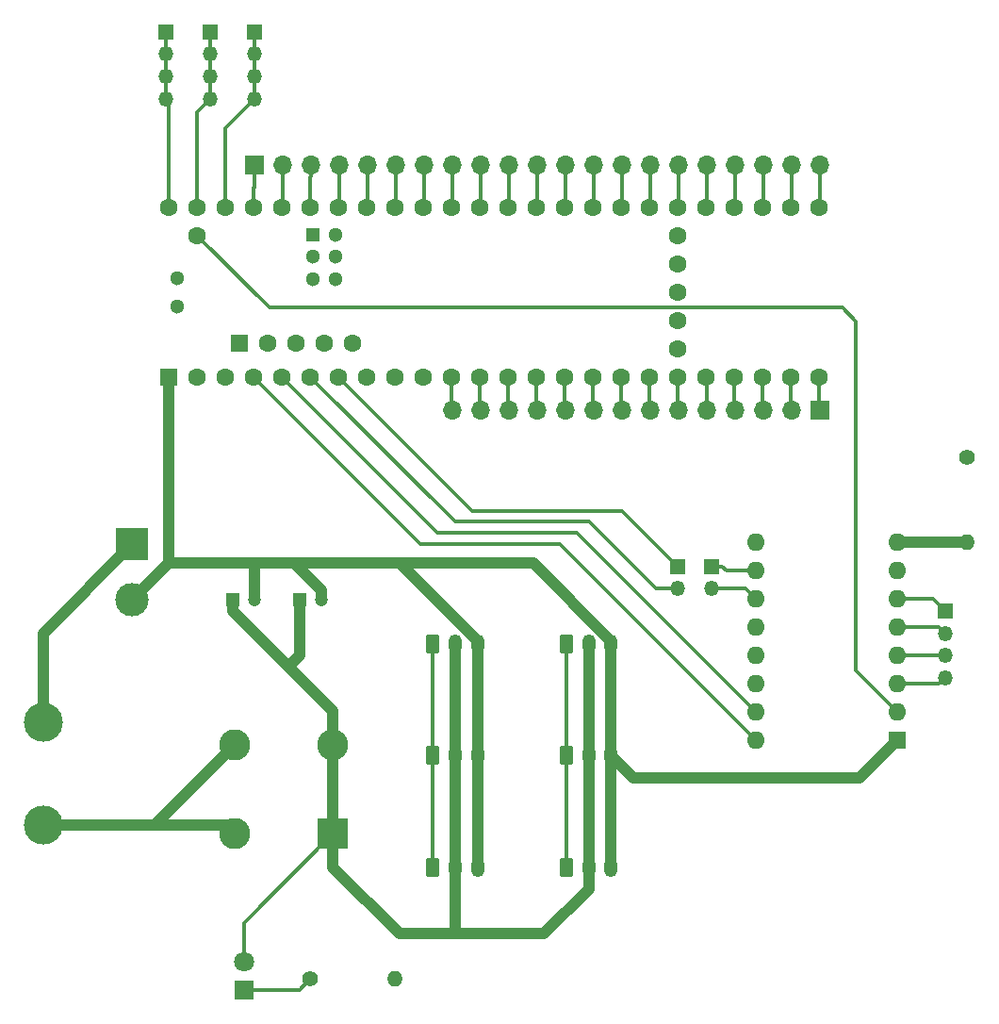
<source format=gbr>
%TF.GenerationSoftware,KiCad,Pcbnew,8.0.6*%
%TF.CreationDate,2024-11-20T07:08:01-05:00*%
%TF.ProjectId,multiDOF,6d756c74-6944-44f4-962e-6b696361645f,rev?*%
%TF.SameCoordinates,Original*%
%TF.FileFunction,Copper,L1,Top*%
%TF.FilePolarity,Positive*%
%FSLAX46Y46*%
G04 Gerber Fmt 4.6, Leading zero omitted, Abs format (unit mm)*
G04 Created by KiCad (PCBNEW 8.0.6) date 2024-11-20 07:08:01*
%MOMM*%
%LPD*%
G01*
G04 APERTURE LIST*
G04 Aperture macros list*
%AMRoundRect*
0 Rectangle with rounded corners*
0 $1 Rounding radius*
0 $2 $3 $4 $5 $6 $7 $8 $9 X,Y pos of 4 corners*
0 Add a 4 corners polygon primitive as box body*
4,1,4,$2,$3,$4,$5,$6,$7,$8,$9,$2,$3,0*
0 Add four circle primitives for the rounded corners*
1,1,$1+$1,$2,$3*
1,1,$1+$1,$4,$5*
1,1,$1+$1,$6,$7*
1,1,$1+$1,$8,$9*
0 Add four rect primitives between the rounded corners*
20,1,$1+$1,$2,$3,$4,$5,0*
20,1,$1+$1,$4,$5,$6,$7,0*
20,1,$1+$1,$6,$7,$8,$9,0*
20,1,$1+$1,$8,$9,$2,$3,0*%
G04 Aperture macros list end*
%TA.AperFunction,ComponentPad*%
%ADD10R,3.000000X3.000000*%
%TD*%
%TA.AperFunction,ComponentPad*%
%ADD11C,3.000000*%
%TD*%
%TA.AperFunction,ComponentPad*%
%ADD12R,1.200000X1.200000*%
%TD*%
%TA.AperFunction,ComponentPad*%
%ADD13C,1.200000*%
%TD*%
%TA.AperFunction,ComponentPad*%
%ADD14R,1.350000X1.350000*%
%TD*%
%TA.AperFunction,ComponentPad*%
%ADD15O,1.350000X1.350000*%
%TD*%
%TA.AperFunction,ComponentPad*%
%ADD16RoundRect,0.250000X-0.350000X-0.625000X0.350000X-0.625000X0.350000X0.625000X-0.350000X0.625000X0*%
%TD*%
%TA.AperFunction,ComponentPad*%
%ADD17O,1.200000X1.750000*%
%TD*%
%TA.AperFunction,ComponentPad*%
%ADD18R,1.600000X1.600000*%
%TD*%
%TA.AperFunction,ComponentPad*%
%ADD19C,1.600000*%
%TD*%
%TA.AperFunction,ComponentPad*%
%ADD20R,1.300000X1.300000*%
%TD*%
%TA.AperFunction,ComponentPad*%
%ADD21C,1.300000*%
%TD*%
%TA.AperFunction,ComponentPad*%
%ADD22C,1.400000*%
%TD*%
%TA.AperFunction,ComponentPad*%
%ADD23O,1.400000X1.400000*%
%TD*%
%TA.AperFunction,ComponentPad*%
%ADD24C,2.800000*%
%TD*%
%TA.AperFunction,ComponentPad*%
%ADD25R,2.800000X2.800000*%
%TD*%
%TA.AperFunction,ComponentPad*%
%ADD26R,1.700000X1.700000*%
%TD*%
%TA.AperFunction,ComponentPad*%
%ADD27O,1.700000X1.700000*%
%TD*%
%TA.AperFunction,ComponentPad*%
%ADD28C,3.500000*%
%TD*%
%TA.AperFunction,ComponentPad*%
%ADD29O,1.600000X1.600000*%
%TD*%
%TA.AperFunction,ComponentPad*%
%ADD30R,1.800000X1.800000*%
%TD*%
%TA.AperFunction,ComponentPad*%
%ADD31C,1.800000*%
%TD*%
%TA.AperFunction,Conductor*%
%ADD32C,0.300000*%
%TD*%
%TA.AperFunction,Conductor*%
%ADD33C,1.000000*%
%TD*%
G04 APERTURE END LIST*
D10*
%TO.P,J1,1,Pin_1*%
%TO.N,Net-(J1-Pin_1)*%
X66000000Y-103000000D03*
D11*
%TO.P,J1,2,Pin_2*%
%TO.N,GND*%
X66000000Y-108000000D03*
%TD*%
D12*
%TO.P,C2,1*%
%TO.N,+10V*%
X81000000Y-108000000D03*
D13*
%TO.P,C2,2*%
%TO.N,GND*%
X83000000Y-108000000D03*
%TD*%
D14*
%TO.P,J14,1,Pin_1*%
%TO.N,Net-(J14-Pin_1)*%
X73000000Y-57000000D03*
D15*
%TO.P,J14,2,Pin_2*%
X73000000Y-59000000D03*
%TO.P,J14,3,Pin_3*%
X73000000Y-61000000D03*
%TO.P,J14,4,Pin_4*%
X73000000Y-63000000D03*
%TD*%
D16*
%TO.P,J2,1,Pin_1*%
%TO.N,Signal*%
X93000000Y-112000000D03*
D17*
%TO.P,J2,2,Pin_2*%
%TO.N,+10V*%
X95000000Y-112000000D03*
%TO.P,J2,3,Pin_3*%
%TO.N,GND*%
X97000000Y-112000000D03*
%TD*%
D18*
%TO.P,U1,1,GND*%
%TO.N,GND*%
X69280000Y-88000000D03*
D19*
%TO.P,U1,2,0_RX1_CRX2_CS1*%
%TO.N,unconnected-(U1-0_RX1_CRX2_CS1-Pad2)*%
X71820000Y-88000000D03*
%TO.P,U1,3,1_TX1_CTX2_MISO1*%
%TO.N,unconnected-(U1-1_TX1_CTX2_MISO1-Pad3)*%
X74360000Y-88000000D03*
%TO.P,U1,4,2_OUT2*%
%TO.N,DIR*%
X76900000Y-88000000D03*
%TO.P,U1,5,3_LRCLK2*%
%TO.N,STEP*%
X79440000Y-88000000D03*
%TO.P,U1,6,4_BCLK2*%
%TO.N,Net-(J11-Pin_2)*%
X81980000Y-88000000D03*
%TO.P,U1,7,5_IN2*%
%TO.N,Net-(J11-Pin_1)*%
X84520000Y-88000000D03*
%TO.P,U1,8,6_OUT1D*%
%TO.N,unconnected-(U1-6_OUT1D-Pad8)*%
X87060000Y-88000000D03*
%TO.P,U1,9,7_RX2_OUT1A*%
%TO.N,Signal*%
X89600000Y-88000000D03*
%TO.P,U1,10,8_TX2_IN1*%
X92140000Y-88000000D03*
%TO.P,U1,11,9_OUT1C*%
%TO.N,Net-(J8-Pin_14)*%
X94680000Y-88000000D03*
%TO.P,U1,12,10_CS_MQSR*%
%TO.N,Net-(J8-Pin_13)*%
X97220000Y-88000000D03*
%TO.P,U1,13,11_MOSI_CTX1*%
%TO.N,Net-(J8-Pin_12)*%
X99760000Y-88000000D03*
%TO.P,U1,14,12_MISO_MQSL*%
%TO.N,Net-(J8-Pin_11)*%
X102300000Y-88000000D03*
%TO.P,U1,15,3V3*%
%TO.N,Net-(J8-Pin_10)*%
X104840000Y-88000000D03*
%TO.P,U1,16,24_A10_TX6_SCL2*%
%TO.N,Net-(J8-Pin_9)*%
X107380000Y-88000000D03*
%TO.P,U1,17,25_A11_RX6_SDA2*%
%TO.N,Net-(J8-Pin_8)*%
X109920000Y-88000000D03*
%TO.P,U1,18,26_A12_MOSI1*%
%TO.N,Net-(J8-Pin_7)*%
X112460000Y-88000000D03*
%TO.P,U1,19,27_A13_SCK1*%
%TO.N,Net-(J8-Pin_6)*%
X115000000Y-88000000D03*
%TO.P,U1,20,28_RX7*%
%TO.N,Net-(J8-Pin_5)*%
X117540000Y-88000000D03*
%TO.P,U1,21,29_TX7*%
%TO.N,Net-(J8-Pin_4)*%
X120080000Y-88000000D03*
%TO.P,U1,22,30_CRX3*%
%TO.N,Net-(J8-Pin_3)*%
X122620000Y-88000000D03*
%TO.P,U1,23,31_CTX3*%
%TO.N,Net-(J8-Pin_2)*%
X125160000Y-88000000D03*
%TO.P,U1,24,32_OUT1B*%
%TO.N,Net-(J8-Pin_1)*%
X127700000Y-88000000D03*
%TO.P,U1,25,33_MCLK2*%
%TO.N,Net-(J12-Pin_21)*%
X127700000Y-72760000D03*
%TO.P,U1,26,34_RX8*%
%TO.N,Net-(J12-Pin_20)*%
X125160000Y-72760000D03*
%TO.P,U1,27,35_TX8*%
%TO.N,Net-(J12-Pin_19)*%
X122620000Y-72760000D03*
%TO.P,U1,28,36_CS*%
%TO.N,Net-(J12-Pin_18)*%
X120080000Y-72760000D03*
%TO.P,U1,29,37_CS*%
%TO.N,Net-(J12-Pin_17)*%
X117540000Y-72760000D03*
%TO.P,U1,30,38_CS1_IN1*%
%TO.N,Net-(J12-Pin_16)*%
X115000000Y-72760000D03*
%TO.P,U1,31,39_MISO1_OUT1A*%
%TO.N,Net-(J12-Pin_15)*%
X112460000Y-72760000D03*
%TO.P,U1,32,40_A16*%
%TO.N,Net-(J12-Pin_14)*%
X109920000Y-72760000D03*
%TO.P,U1,33,41_A17*%
%TO.N,Net-(J12-Pin_13)*%
X107380000Y-72760000D03*
%TO.P,U1,34,GND*%
%TO.N,Net-(J12-Pin_12)*%
X104840000Y-72760000D03*
%TO.P,U1,35,13_SCK_LED*%
%TO.N,Net-(J12-Pin_11)*%
X102300000Y-72760000D03*
%TO.P,U1,36,14_A0_TX3_SPDIF_OUT*%
%TO.N,Net-(J12-Pin_10)*%
X99760000Y-72760000D03*
%TO.P,U1,37,15_A1_RX3_SPDIF_IN*%
%TO.N,Net-(J12-Pin_9)*%
X97220000Y-72760000D03*
%TO.P,U1,38,16_A2_RX4_SCL1*%
%TO.N,Net-(J12-Pin_8)*%
X94680000Y-72760000D03*
%TO.P,U1,39,17_A3_TX4_SDA1*%
%TO.N,Net-(J12-Pin_7)*%
X92140000Y-72760000D03*
%TO.P,U1,40,18_A4_SDA*%
%TO.N,Net-(J12-Pin_6)*%
X89600000Y-72760000D03*
%TO.P,U1,41,19_A5_SCL*%
%TO.N,Net-(J12-Pin_5)*%
X87060000Y-72760000D03*
%TO.P,U1,42,20_A6_TX5_LRCLK1*%
%TO.N,Net-(J12-Pin_4)*%
X84520000Y-72760000D03*
%TO.P,U1,43,21_A7_RX5_BCLK1*%
%TO.N,Net-(J12-Pin_3)*%
X81980000Y-72760000D03*
%TO.P,U1,44,22_A8_CTX1*%
%TO.N,Net-(J12-Pin_2)*%
X79440000Y-72760000D03*
%TO.P,U1,45,23_A9_CRX1_MCLK1*%
%TO.N,Net-(J12-Pin_1)*%
X76900000Y-72760000D03*
%TO.P,U1,46,3V3*%
%TO.N,Net-(J15-Pin_1)*%
X74360000Y-72760000D03*
%TO.P,U1,47,GND*%
%TO.N,Net-(J14-Pin_1)*%
X71820000Y-72760000D03*
%TO.P,U1,48,VIN*%
%TO.N,Net-(J13-Pin_1)*%
X69280000Y-72760000D03*
%TO.P,U1,49,VUSB*%
%TO.N,Net-(A1-VDD)*%
X71820000Y-75300000D03*
%TO.P,U1,50,VBAT*%
%TO.N,unconnected-(U1-VBAT-Pad50)*%
X115000000Y-85460000D03*
%TO.P,U1,51,3V3*%
%TO.N,unconnected-(U1-3V3-Pad51)*%
X115000000Y-82920000D03*
%TO.P,U1,52,GND*%
%TO.N,unconnected-(U1-GND-Pad52)*%
X115000000Y-80380000D03*
%TO.P,U1,53,PROGRAM*%
%TO.N,unconnected-(U1-PROGRAM-Pad53)*%
X115000000Y-77840000D03*
%TO.P,U1,54,ON_OFF*%
%TO.N,unconnected-(U1-ON_OFF-Pad54)*%
X115000000Y-75300000D03*
D18*
%TO.P,U1,55,5V*%
%TO.N,unconnected-(U1-5V-Pad55)*%
X75579200Y-84949200D03*
D19*
%TO.P,U1,56,D-*%
%TO.N,unconnected-(U1-D--Pad56)*%
X78119200Y-84949200D03*
%TO.P,U1,57,D+*%
%TO.N,unconnected-(U1-D+-Pad57)*%
X80659200Y-84949200D03*
%TO.P,U1,58,GND*%
%TO.N,unconnected-(U1-GND-Pad58)*%
X83199200Y-84949200D03*
%TO.P,U1,59,GND*%
%TO.N,unconnected-(U1-GND-Pad59)*%
X85739200Y-84949200D03*
D20*
%TO.P,U1,60,R+*%
%TO.N,unconnected-(U1-R+-Pad60)*%
X82250000Y-75198400D03*
D21*
%TO.P,U1,61,LED*%
%TO.N,unconnected-(U1-LED-Pad61)*%
X82250000Y-77198400D03*
%TO.P,U1,62,T-*%
%TO.N,unconnected-(U1-T--Pad62)*%
X82250000Y-79198400D03*
%TO.P,U1,63,T+*%
%TO.N,unconnected-(U1-T+-Pad63)*%
X84250000Y-79198400D03*
%TO.P,U1,64,GND*%
%TO.N,unconnected-(U1-GND-Pad64)*%
X84250000Y-77198400D03*
%TO.P,U1,65,R-*%
%TO.N,unconnected-(U1-R--Pad65)*%
X84250000Y-75198400D03*
%TO.P,U1,66,D-*%
%TO.N,unconnected-(U1-D--Pad66)*%
X70010000Y-79110000D03*
%TO.P,U1,67,D+*%
%TO.N,unconnected-(U1-D+-Pad67)*%
X70010000Y-81650000D03*
%TD*%
D22*
%TO.P,R2,1*%
%TO.N,+10V*%
X141000000Y-95190000D03*
D23*
%TO.P,R2,2*%
%TO.N,VSTEP*%
X141000000Y-102810000D03*
%TD*%
D24*
%TO.P,SW1,1,1*%
%TO.N,Net-(F1-Pad2)*%
X75200000Y-129000000D03*
D25*
%TO.P,SW1,1A,1A*%
%TO.N,+10V*%
X84000000Y-129000000D03*
D24*
%TO.P,SW1,2,2*%
%TO.N,Net-(F1-Pad2)*%
X75200000Y-121000000D03*
%TO.P,SW1,2A,2A*%
%TO.N,+10V*%
X84000000Y-121000000D03*
%TD*%
D16*
%TO.P,J7,1,Pin_1*%
%TO.N,Signal*%
X105000000Y-132000000D03*
D17*
%TO.P,J7,2,Pin_2*%
%TO.N,+10V*%
X107000000Y-132000000D03*
%TO.P,J7,3,Pin_3*%
%TO.N,GND*%
X109000000Y-132000000D03*
%TD*%
D14*
%TO.P,J13,1,Pin_1*%
%TO.N,Net-(J13-Pin_1)*%
X69000000Y-57000000D03*
D15*
%TO.P,J13,2,Pin_2*%
X69000000Y-59000000D03*
%TO.P,J13,3,Pin_3*%
X69000000Y-61000000D03*
%TO.P,J13,4,Pin_4*%
X69000000Y-63000000D03*
%TD*%
D26*
%TO.P,J12,1,Pin_1*%
%TO.N,Net-(J12-Pin_1)*%
X76960000Y-69000000D03*
D27*
%TO.P,J12,2,Pin_2*%
%TO.N,Net-(J12-Pin_2)*%
X79500000Y-69000000D03*
%TO.P,J12,3,Pin_3*%
%TO.N,Net-(J12-Pin_3)*%
X82040000Y-69000000D03*
%TO.P,J12,4,Pin_4*%
%TO.N,Net-(J12-Pin_4)*%
X84580000Y-69000000D03*
%TO.P,J12,5,Pin_5*%
%TO.N,Net-(J12-Pin_5)*%
X87120000Y-69000000D03*
%TO.P,J12,6,Pin_6*%
%TO.N,Net-(J12-Pin_6)*%
X89660000Y-69000000D03*
%TO.P,J12,7,Pin_7*%
%TO.N,Net-(J12-Pin_7)*%
X92200000Y-69000000D03*
%TO.P,J12,8,Pin_8*%
%TO.N,Net-(J12-Pin_8)*%
X94740000Y-69000000D03*
%TO.P,J12,9,Pin_9*%
%TO.N,Net-(J12-Pin_9)*%
X97280000Y-69000000D03*
%TO.P,J12,10,Pin_10*%
%TO.N,Net-(J12-Pin_10)*%
X99820000Y-69000000D03*
%TO.P,J12,11,Pin_11*%
%TO.N,Net-(J12-Pin_11)*%
X102360000Y-69000000D03*
%TO.P,J12,12,Pin_12*%
%TO.N,Net-(J12-Pin_12)*%
X104900000Y-69000000D03*
%TO.P,J12,13,Pin_13*%
%TO.N,Net-(J12-Pin_13)*%
X107440000Y-69000000D03*
%TO.P,J12,14,Pin_14*%
%TO.N,Net-(J12-Pin_14)*%
X109980000Y-69000000D03*
%TO.P,J12,15,Pin_15*%
%TO.N,Net-(J12-Pin_15)*%
X112520000Y-69000000D03*
%TO.P,J12,16,Pin_16*%
%TO.N,Net-(J12-Pin_16)*%
X115060000Y-69000000D03*
%TO.P,J12,17,Pin_17*%
%TO.N,Net-(J12-Pin_17)*%
X117600000Y-69000000D03*
%TO.P,J12,18,Pin_18*%
%TO.N,Net-(J12-Pin_18)*%
X120140000Y-69000000D03*
%TO.P,J12,19,Pin_19*%
%TO.N,Net-(J12-Pin_19)*%
X122680000Y-69000000D03*
%TO.P,J12,20,Pin_20*%
%TO.N,Net-(J12-Pin_20)*%
X125220000Y-69000000D03*
%TO.P,J12,21,Pin_21*%
%TO.N,Net-(J12-Pin_21)*%
X127760000Y-69000000D03*
%TD*%
D28*
%TO.P,F1,1*%
%TO.N,Net-(J1-Pin_1)*%
X58000000Y-119000000D03*
%TO.P,F1,2*%
%TO.N,Net-(F1-Pad2)*%
X58000000Y-128200000D03*
%TD*%
D14*
%TO.P,J9,1,Pin_1*%
%TO.N,Net-(A1-2B)*%
X139000000Y-109000000D03*
D15*
%TO.P,J9,2,Pin_2*%
%TO.N,Net-(A1-2A)*%
X139000000Y-111000000D03*
%TO.P,J9,3,Pin_3*%
%TO.N,Net-(A1-1A)*%
X139000000Y-113000000D03*
%TO.P,J9,4,Pin_4*%
%TO.N,Net-(A1-1B)*%
X139000000Y-115000000D03*
%TD*%
D16*
%TO.P,J4,1,Pin_1*%
%TO.N,Signal*%
X93000000Y-132000000D03*
D17*
%TO.P,J4,2,Pin_2*%
%TO.N,+10V*%
X95000000Y-132000000D03*
%TO.P,J4,3,Pin_3*%
%TO.N,GND*%
X97000000Y-132000000D03*
%TD*%
D12*
%TO.P,C1,1*%
%TO.N,+10V*%
X75000000Y-108000000D03*
D13*
%TO.P,C1,2*%
%TO.N,GND*%
X77000000Y-108000000D03*
%TD*%
D14*
%TO.P,J11,1,Pin_1*%
%TO.N,Net-(J11-Pin_1)*%
X115000000Y-105000000D03*
D15*
%TO.P,J11,2,Pin_2*%
%TO.N,Net-(J11-Pin_2)*%
X115000000Y-107000000D03*
%TD*%
D16*
%TO.P,J3,1,Pin_1*%
%TO.N,Signal*%
X93000000Y-122000000D03*
D17*
%TO.P,J3,2,Pin_2*%
%TO.N,+10V*%
X95000000Y-122000000D03*
%TO.P,J3,3,Pin_3*%
%TO.N,GND*%
X97000000Y-122000000D03*
%TD*%
D22*
%TO.P,R1,1*%
%TO.N,Net-(D1-K)*%
X82000000Y-142000000D03*
D23*
%TO.P,R1,2*%
%TO.N,GND*%
X89620000Y-142000000D03*
%TD*%
D26*
%TO.P,J8,1,Pin_1*%
%TO.N,Net-(J8-Pin_1)*%
X127760000Y-91000000D03*
D27*
%TO.P,J8,2,Pin_2*%
%TO.N,Net-(J8-Pin_2)*%
X125220000Y-91000000D03*
%TO.P,J8,3,Pin_3*%
%TO.N,Net-(J8-Pin_3)*%
X122680000Y-91000000D03*
%TO.P,J8,4,Pin_4*%
%TO.N,Net-(J8-Pin_4)*%
X120140000Y-91000000D03*
%TO.P,J8,5,Pin_5*%
%TO.N,Net-(J8-Pin_5)*%
X117600000Y-91000000D03*
%TO.P,J8,6,Pin_6*%
%TO.N,Net-(J8-Pin_6)*%
X115060000Y-91000000D03*
%TO.P,J8,7,Pin_7*%
%TO.N,Net-(J8-Pin_7)*%
X112520000Y-91000000D03*
%TO.P,J8,8,Pin_8*%
%TO.N,Net-(J8-Pin_8)*%
X109980000Y-91000000D03*
%TO.P,J8,9,Pin_9*%
%TO.N,Net-(J8-Pin_9)*%
X107440000Y-91000000D03*
%TO.P,J8,10,Pin_10*%
%TO.N,Net-(J8-Pin_10)*%
X104900000Y-91000000D03*
%TO.P,J8,11,Pin_11*%
%TO.N,Net-(J8-Pin_11)*%
X102360000Y-91000000D03*
%TO.P,J8,12,Pin_12*%
%TO.N,Net-(J8-Pin_12)*%
X99820000Y-91000000D03*
%TO.P,J8,13,Pin_13*%
%TO.N,Net-(J8-Pin_13)*%
X97280000Y-91000000D03*
%TO.P,J8,14,Pin_14*%
%TO.N,Net-(J8-Pin_14)*%
X94740000Y-91000000D03*
%TD*%
D16*
%TO.P,J6,1,Pin_1*%
%TO.N,Signal*%
X105000000Y-122000000D03*
D17*
%TO.P,J6,2,Pin_2*%
%TO.N,+10V*%
X107000000Y-122000000D03*
%TO.P,J6,3,Pin_3*%
%TO.N,GND*%
X109000000Y-122000000D03*
%TD*%
D18*
%TO.P,A1,1,GND*%
%TO.N,GND*%
X134700000Y-120620000D03*
D29*
%TO.P,A1,2,VDD*%
%TO.N,Net-(A1-VDD)*%
X134700000Y-118080000D03*
%TO.P,A1,3,1B*%
%TO.N,Net-(A1-1B)*%
X134700000Y-115540000D03*
%TO.P,A1,4,1A*%
%TO.N,Net-(A1-1A)*%
X134700000Y-113000000D03*
%TO.P,A1,5,2A*%
%TO.N,Net-(A1-2A)*%
X134700000Y-110460000D03*
%TO.P,A1,6,2B*%
%TO.N,Net-(A1-2B)*%
X134700000Y-107920000D03*
%TO.P,A1,7,GND*%
%TO.N,GND*%
X134700000Y-105380000D03*
%TO.P,A1,8,VMOT*%
%TO.N,VSTEP*%
X134700000Y-102840000D03*
%TO.P,A1,9,~{ENABLE}*%
%TO.N,unconnected-(A1-~{ENABLE}-Pad9)*%
X122000000Y-102840000D03*
%TO.P,A1,10,MS1*%
%TO.N,Net-(A1-MS1)*%
X122000000Y-105380000D03*
%TO.P,A1,11,MS2*%
%TO.N,Net-(A1-MS2)*%
X122000000Y-107920000D03*
%TO.P,A1,12,MS3*%
%TO.N,unconnected-(A1-MS3-Pad12)*%
X122000000Y-110460000D03*
%TO.P,A1,13,~{RESET}*%
%TO.N,unconnected-(A1-~{RESET}-Pad13)*%
X122000000Y-113000000D03*
%TO.P,A1,14,~{SLEEP}*%
%TO.N,unconnected-(A1-~{SLEEP}-Pad14)*%
X122000000Y-115540000D03*
%TO.P,A1,15,STEP*%
%TO.N,STEP*%
X122000000Y-118080000D03*
%TO.P,A1,16,DIR*%
%TO.N,DIR*%
X122000000Y-120620000D03*
%TD*%
D14*
%TO.P,J10,1,Pin_1*%
%TO.N,Net-(A1-MS1)*%
X118000000Y-105000000D03*
D15*
%TO.P,J10,2,Pin_2*%
%TO.N,Net-(A1-MS2)*%
X118000000Y-107000000D03*
%TD*%
D14*
%TO.P,J15,1,Pin_1*%
%TO.N,Net-(J15-Pin_1)*%
X77000000Y-57000000D03*
D15*
%TO.P,J15,2,Pin_2*%
X77000000Y-59000000D03*
%TO.P,J15,3,Pin_3*%
X77000000Y-61000000D03*
%TO.P,J15,4,Pin_4*%
X77000000Y-63000000D03*
%TD*%
D30*
%TO.P,D1,1,K*%
%TO.N,Net-(D1-K)*%
X76000000Y-143000000D03*
D31*
%TO.P,D1,2,A*%
%TO.N,+10V*%
X76000000Y-140460000D03*
%TD*%
D16*
%TO.P,J5,1,Pin_1*%
%TO.N,Signal*%
X105000000Y-112000000D03*
D17*
%TO.P,J5,2,Pin_2*%
%TO.N,+10V*%
X107000000Y-112000000D03*
%TO.P,J5,3,Pin_3*%
%TO.N,GND*%
X109000000Y-112000000D03*
%TD*%
D32*
%TO.N,Net-(D1-K)*%
X81000000Y-143000000D02*
X82000000Y-142000000D01*
X76000000Y-143000000D02*
X81000000Y-143000000D01*
D33*
%TO.N,GND*%
X80568528Y-104720000D02*
X77000000Y-104720000D01*
X131320000Y-124000000D02*
X134700000Y-120620000D01*
X101995000Y-104720000D02*
X89000000Y-104720000D01*
X97000000Y-111725000D02*
X89995000Y-104720000D01*
X66000000Y-108000000D02*
X69280000Y-104720000D01*
X77000000Y-108000000D02*
X77000000Y-104720000D01*
X77000000Y-104720000D02*
X69280000Y-104720000D01*
X97000000Y-112000000D02*
X97000000Y-132000000D01*
X83000000Y-108000000D02*
X83000000Y-107151472D01*
X109000000Y-122000000D02*
X111000000Y-124000000D01*
X109000000Y-112000000D02*
X109000000Y-111725000D01*
X97000000Y-112000000D02*
X97000000Y-111725000D01*
X89000000Y-104720000D02*
X80568528Y-104720000D01*
X109000000Y-132000000D02*
X109000000Y-112000000D01*
X83000000Y-107151472D02*
X80568528Y-104720000D01*
X69280000Y-104720000D02*
X69280000Y-88000000D01*
X111000000Y-124000000D02*
X131320000Y-124000000D01*
X89995000Y-104720000D02*
X89000000Y-104720000D01*
X109000000Y-111725000D02*
X101995000Y-104720000D01*
D32*
%TO.N,Signal*%
X93000000Y-112000000D02*
X93000000Y-132000000D01*
X105000000Y-132000000D02*
X105000000Y-112000000D01*
D33*
%TO.N,Net-(J1-Pin_1)*%
X66000000Y-103000000D02*
X58000000Y-111000000D01*
X58000000Y-111000000D02*
X58000000Y-119000000D01*
D32*
%TO.N,Net-(J8-Pin_12)*%
X99760000Y-88000000D02*
X99760000Y-90940000D01*
X99760000Y-90940000D02*
X99820000Y-91000000D01*
%TO.N,Net-(J8-Pin_8)*%
X109920000Y-90940000D02*
X109980000Y-91000000D01*
X109920000Y-88000000D02*
X109920000Y-90940000D01*
%TO.N,Net-(J8-Pin_3)*%
X122620000Y-90940000D02*
X122680000Y-91000000D01*
X122620000Y-88000000D02*
X122620000Y-90940000D01*
%TO.N,Net-(J8-Pin_2)*%
X125160000Y-90940000D02*
X125220000Y-91000000D01*
X125160000Y-88000000D02*
X125160000Y-90940000D01*
%TO.N,Net-(J8-Pin_10)*%
X104840000Y-88000000D02*
X104840000Y-90940000D01*
X104840000Y-90940000D02*
X104900000Y-91000000D01*
%TO.N,Net-(J8-Pin_4)*%
X120080000Y-90940000D02*
X120140000Y-91000000D01*
X120080000Y-88000000D02*
X120080000Y-90940000D01*
%TO.N,Net-(J8-Pin_7)*%
X112460000Y-90940000D02*
X112520000Y-91000000D01*
X112460000Y-88000000D02*
X112460000Y-90940000D01*
%TO.N,Net-(J8-Pin_13)*%
X97220000Y-88000000D02*
X97220000Y-90940000D01*
X97220000Y-90940000D02*
X97280000Y-91000000D01*
%TO.N,Net-(J8-Pin_6)*%
X115000000Y-90940000D02*
X115060000Y-91000000D01*
X115000000Y-88000000D02*
X115000000Y-90940000D01*
%TO.N,Net-(J8-Pin_1)*%
X127700000Y-90940000D02*
X127760000Y-91000000D01*
X127700000Y-88000000D02*
X127700000Y-90940000D01*
%TO.N,Net-(J8-Pin_11)*%
X102300000Y-90940000D02*
X102360000Y-91000000D01*
X102300000Y-88000000D02*
X102300000Y-90940000D01*
%TO.N,Net-(J8-Pin_14)*%
X94680000Y-88000000D02*
X94680000Y-90940000D01*
X94680000Y-90940000D02*
X94740000Y-91000000D01*
%TO.N,Net-(J8-Pin_9)*%
X107380000Y-88000000D02*
X107380000Y-90940000D01*
X107380000Y-90940000D02*
X107440000Y-91000000D01*
%TO.N,Net-(J8-Pin_5)*%
X117600000Y-91000000D02*
X117600000Y-88060000D01*
X117600000Y-88060000D02*
X117540000Y-88000000D01*
%TO.N,Net-(J12-Pin_1)*%
X76900000Y-71020000D02*
X76900000Y-72760000D01*
X76960000Y-69000000D02*
X76960000Y-70960000D01*
X76960000Y-70960000D02*
X76900000Y-71020000D01*
%TO.N,Net-(J12-Pin_10)*%
X99820000Y-69000000D02*
X99820000Y-72700000D01*
X99820000Y-72700000D02*
X99760000Y-72760000D01*
%TO.N,Net-(J12-Pin_14)*%
X109980000Y-69000000D02*
X109980000Y-72700000D01*
X109980000Y-72700000D02*
X109920000Y-72760000D01*
%TO.N,Net-(J12-Pin_11)*%
X102360000Y-72700000D02*
X102300000Y-72760000D01*
X102360000Y-69000000D02*
X102360000Y-72700000D01*
%TO.N,Net-(J12-Pin_7)*%
X92200000Y-72700000D02*
X92140000Y-72760000D01*
X92200000Y-69000000D02*
X92200000Y-72700000D01*
%TO.N,Net-(J12-Pin_20)*%
X125220000Y-72700000D02*
X125160000Y-72760000D01*
X125220000Y-69000000D02*
X125220000Y-72700000D01*
%TO.N,Net-(J12-Pin_6)*%
X89660000Y-69000000D02*
X89660000Y-72700000D01*
X89660000Y-72700000D02*
X89600000Y-72760000D01*
%TO.N,Net-(J12-Pin_2)*%
X79500000Y-72700000D02*
X79440000Y-72760000D01*
X79500000Y-69000000D02*
X79500000Y-72700000D01*
%TO.N,Net-(J12-Pin_5)*%
X87120000Y-72700000D02*
X87060000Y-72760000D01*
X87120000Y-69000000D02*
X87120000Y-72700000D01*
%TO.N,Net-(J12-Pin_19)*%
X122680000Y-69000000D02*
X122680000Y-72700000D01*
X122680000Y-72700000D02*
X122620000Y-72760000D01*
%TO.N,Net-(J12-Pin_15)*%
X112520000Y-69000000D02*
X112520000Y-72700000D01*
X112520000Y-72700000D02*
X112460000Y-72760000D01*
%TO.N,Net-(J12-Pin_4)*%
X84580000Y-69000000D02*
X84580000Y-72700000D01*
X84580000Y-72700000D02*
X84520000Y-72760000D01*
%TO.N,Net-(J12-Pin_12)*%
X104900000Y-69000000D02*
X104900000Y-72700000D01*
X104900000Y-72700000D02*
X104840000Y-72760000D01*
%TO.N,Net-(J12-Pin_13)*%
X107440000Y-72700000D02*
X107380000Y-72760000D01*
X107440000Y-69000000D02*
X107440000Y-72700000D01*
%TO.N,Net-(J12-Pin_17)*%
X117600000Y-69000000D02*
X117600000Y-72700000D01*
X117600000Y-72700000D02*
X117540000Y-72760000D01*
%TO.N,Net-(J12-Pin_18)*%
X120140000Y-72700000D02*
X120080000Y-72760000D01*
X120140000Y-69000000D02*
X120140000Y-72700000D01*
%TO.N,Net-(J12-Pin_8)*%
X94740000Y-69000000D02*
X94740000Y-72700000D01*
X94740000Y-72700000D02*
X94680000Y-72760000D01*
%TO.N,Net-(J12-Pin_21)*%
X127760000Y-72700000D02*
X127700000Y-72760000D01*
X127760000Y-69000000D02*
X127760000Y-72700000D01*
%TO.N,Net-(J12-Pin_3)*%
X82040000Y-69960000D02*
X81980000Y-70020000D01*
X82040000Y-69000000D02*
X82040000Y-69960000D01*
X81980000Y-70020000D02*
X81980000Y-72760000D01*
%TO.N,Net-(J12-Pin_16)*%
X115060000Y-72700000D02*
X115000000Y-72760000D01*
X115060000Y-69000000D02*
X115060000Y-72700000D01*
%TO.N,Net-(J12-Pin_9)*%
X97280000Y-69000000D02*
X97280000Y-72700000D01*
X97280000Y-72700000D02*
X97220000Y-72760000D01*
%TO.N,Net-(A1-VDD)*%
X129770000Y-81770000D02*
X131000000Y-83000000D01*
X131000000Y-114380000D02*
X134700000Y-118080000D01*
X78290000Y-81770000D02*
X129770000Y-81770000D01*
X131000000Y-83000000D02*
X131000000Y-114380000D01*
X71820000Y-75300000D02*
X78290000Y-81770000D01*
%TO.N,Net-(A1-2A)*%
X138460000Y-110460000D02*
X139000000Y-111000000D01*
X134700000Y-110460000D02*
X138460000Y-110460000D01*
%TO.N,Net-(A1-2B)*%
X134700000Y-107920000D02*
X137920000Y-107920000D01*
X137920000Y-107920000D02*
X139000000Y-109000000D01*
%TO.N,Net-(A1-1A)*%
X134700000Y-113000000D02*
X139000000Y-113000000D01*
%TO.N,Net-(A1-MS2)*%
X121080000Y-107000000D02*
X122000000Y-107920000D01*
X118000000Y-107000000D02*
X121080000Y-107000000D01*
%TO.N,Net-(A1-MS1)*%
X119380000Y-105380000D02*
X122000000Y-105380000D01*
X118000000Y-105000000D02*
X119000000Y-105000000D01*
X119000000Y-105000000D02*
X119380000Y-105380000D01*
D33*
%TO.N,VSTEP*%
X134700000Y-102840000D02*
X140970000Y-102840000D01*
X140970000Y-102840000D02*
X141000000Y-102810000D01*
D32*
%TO.N,Net-(A1-1B)*%
X138460000Y-115540000D02*
X139000000Y-115000000D01*
X134700000Y-115540000D02*
X138460000Y-115540000D01*
%TO.N,Net-(J13-Pin_1)*%
X69280000Y-72760000D02*
X69280000Y-63280000D01*
X69000000Y-57000000D02*
X69000000Y-63000000D01*
X69280000Y-63280000D02*
X69000000Y-63000000D01*
D33*
%TO.N,+10V*%
X95000000Y-138000000D02*
X103000000Y-138000000D01*
X90000000Y-138000000D02*
X95000000Y-138000000D01*
D32*
X76000000Y-140460000D02*
X76000000Y-137000000D01*
D33*
X95000000Y-138000000D02*
X95000000Y-112000000D01*
X81000000Y-113000000D02*
X80000000Y-114000000D01*
X75000000Y-109000000D02*
X80000000Y-114000000D01*
X84000000Y-121000000D02*
X84000000Y-129000000D01*
X84000000Y-118000000D02*
X80000000Y-114000000D01*
X81000000Y-108000000D02*
X81000000Y-113000000D01*
X107000000Y-132000000D02*
X107000000Y-112000000D01*
X84000000Y-132000000D02*
X90000000Y-138000000D01*
X84000000Y-121000000D02*
X84000000Y-118000000D01*
X75000000Y-108000000D02*
X75000000Y-109000000D01*
X103000000Y-138000000D02*
X107000000Y-134000000D01*
X107000000Y-134000000D02*
X107000000Y-132000000D01*
D32*
X76000000Y-137000000D02*
X84000000Y-129000000D01*
D33*
X84000000Y-129000000D02*
X84000000Y-132000000D01*
D32*
%TO.N,Net-(J11-Pin_1)*%
X110000000Y-100000000D02*
X115000000Y-105000000D01*
X96520000Y-100000000D02*
X110000000Y-100000000D01*
X84520000Y-88000000D02*
X96520000Y-100000000D01*
%TO.N,Net-(J11-Pin_2)*%
X94980000Y-101000000D02*
X107000000Y-101000000D01*
X107000000Y-101000000D02*
X113000000Y-107000000D01*
X113000000Y-107000000D02*
X115000000Y-107000000D01*
X81980000Y-88000000D02*
X94980000Y-101000000D01*
%TO.N,STEP*%
X93440000Y-102000000D02*
X105920000Y-102000000D01*
X105920000Y-102000000D02*
X122000000Y-118080000D01*
X79440000Y-88000000D02*
X93440000Y-102000000D01*
%TO.N,DIR*%
X104380000Y-103000000D02*
X122000000Y-120620000D01*
X76900000Y-88000000D02*
X91900000Y-103000000D01*
X91900000Y-103000000D02*
X104380000Y-103000000D01*
%TO.N,Net-(J14-Pin_1)*%
X71820000Y-72760000D02*
X71820000Y-64180000D01*
X71820000Y-64180000D02*
X73000000Y-63000000D01*
X73000000Y-57000000D02*
X73000000Y-63000000D01*
%TO.N,Net-(J15-Pin_1)*%
X74360000Y-65640000D02*
X77000000Y-63000000D01*
X77000000Y-57000000D02*
X77000000Y-63000000D01*
X74360000Y-72760000D02*
X74360000Y-65640000D01*
D33*
%TO.N,Net-(F1-Pad2)*%
X68000000Y-128200000D02*
X75200000Y-121000000D01*
X74400000Y-128200000D02*
X75200000Y-129000000D01*
X58000000Y-128200000D02*
X68000000Y-128200000D01*
X58000000Y-128200000D02*
X74400000Y-128200000D01*
%TD*%
M02*

</source>
